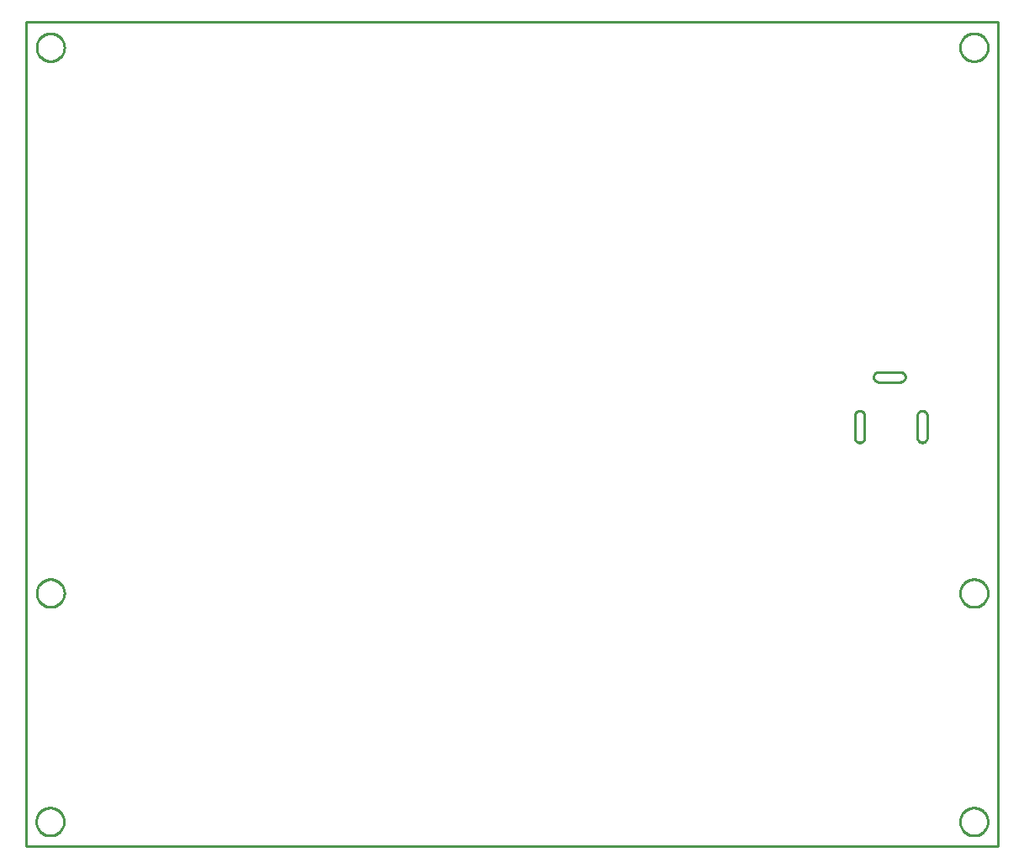
<source format=gbr>
G04 EAGLE Gerber RS-274X export*
G75*
%MOMM*%
%FSLAX34Y34*%
%LPD*%
%IN*%
%IPPOS*%
%AMOC8*
5,1,8,0,0,1.08239X$1,22.5*%
G01*
%ADD10C,0.254000*%


D10*
X0Y0D02*
X979488Y0D01*
X979488Y830263D01*
X0Y830263D01*
X0Y0D01*
X853900Y472675D02*
X853919Y472239D01*
X853976Y471807D01*
X854070Y471381D01*
X854202Y470965D01*
X854368Y470562D01*
X854570Y470175D01*
X854804Y469807D01*
X855070Y469461D01*
X855364Y469139D01*
X855686Y468845D01*
X856032Y468579D01*
X856400Y468345D01*
X856787Y468143D01*
X857190Y467977D01*
X857606Y467845D01*
X858032Y467751D01*
X858464Y467694D01*
X858900Y467675D01*
X880900Y467675D01*
X881336Y467694D01*
X881768Y467751D01*
X882194Y467845D01*
X882610Y467977D01*
X883013Y468143D01*
X883400Y468345D01*
X883768Y468579D01*
X884114Y468845D01*
X884436Y469139D01*
X884730Y469461D01*
X884996Y469807D01*
X885230Y470175D01*
X885432Y470562D01*
X885598Y470965D01*
X885730Y471381D01*
X885824Y471807D01*
X885881Y472239D01*
X885900Y472675D01*
X885881Y473111D01*
X885824Y473543D01*
X885730Y473969D01*
X885598Y474385D01*
X885432Y474788D01*
X885230Y475175D01*
X884996Y475543D01*
X884730Y475889D01*
X884436Y476211D01*
X884114Y476505D01*
X883768Y476771D01*
X883400Y477005D01*
X883013Y477207D01*
X882610Y477373D01*
X882194Y477505D01*
X881768Y477599D01*
X881336Y477656D01*
X880900Y477675D01*
X858900Y477675D01*
X858464Y477656D01*
X858032Y477599D01*
X857606Y477505D01*
X857190Y477373D01*
X856787Y477207D01*
X856400Y477005D01*
X856032Y476771D01*
X855686Y476505D01*
X855364Y476211D01*
X855070Y475889D01*
X854804Y475543D01*
X854570Y475175D01*
X854368Y474788D01*
X854202Y474385D01*
X854070Y473969D01*
X853976Y473543D01*
X853919Y473111D01*
X853900Y472675D01*
X897900Y411675D02*
X897919Y411239D01*
X897976Y410807D01*
X898070Y410381D01*
X898202Y409965D01*
X898368Y409562D01*
X898570Y409175D01*
X898804Y408807D01*
X899070Y408461D01*
X899364Y408139D01*
X899686Y407845D01*
X900032Y407579D01*
X900400Y407345D01*
X900787Y407143D01*
X901190Y406977D01*
X901606Y406845D01*
X902032Y406751D01*
X902464Y406694D01*
X902900Y406675D01*
X903336Y406694D01*
X903768Y406751D01*
X904194Y406845D01*
X904610Y406977D01*
X905013Y407143D01*
X905400Y407345D01*
X905768Y407579D01*
X906114Y407845D01*
X906436Y408139D01*
X906730Y408461D01*
X906996Y408807D01*
X907230Y409175D01*
X907432Y409562D01*
X907598Y409965D01*
X907730Y410381D01*
X907824Y410807D01*
X907881Y411239D01*
X907900Y411675D01*
X907900Y433675D01*
X907881Y434111D01*
X907824Y434543D01*
X907730Y434969D01*
X907598Y435385D01*
X907432Y435788D01*
X907230Y436175D01*
X906996Y436543D01*
X906730Y436889D01*
X906436Y437211D01*
X906114Y437505D01*
X905768Y437771D01*
X905400Y438005D01*
X905013Y438207D01*
X904610Y438373D01*
X904194Y438505D01*
X903768Y438599D01*
X903336Y438656D01*
X902900Y438675D01*
X902464Y438656D01*
X902032Y438599D01*
X901606Y438505D01*
X901190Y438373D01*
X900787Y438207D01*
X900400Y438005D01*
X900032Y437771D01*
X899686Y437505D01*
X899364Y437211D01*
X899070Y436889D01*
X898804Y436543D01*
X898570Y436175D01*
X898368Y435788D01*
X898202Y435385D01*
X898070Y434969D01*
X897976Y434543D01*
X897919Y434111D01*
X897900Y433675D01*
X897900Y411675D01*
X834900Y411675D02*
X834919Y411239D01*
X834976Y410807D01*
X835070Y410381D01*
X835202Y409965D01*
X835368Y409562D01*
X835570Y409175D01*
X835804Y408807D01*
X836070Y408461D01*
X836364Y408139D01*
X836686Y407845D01*
X837032Y407579D01*
X837400Y407345D01*
X837787Y407143D01*
X838190Y406977D01*
X838606Y406845D01*
X839032Y406751D01*
X839464Y406694D01*
X839900Y406675D01*
X840336Y406694D01*
X840768Y406751D01*
X841194Y406845D01*
X841610Y406977D01*
X842013Y407143D01*
X842400Y407345D01*
X842768Y407579D01*
X843114Y407845D01*
X843436Y408139D01*
X843730Y408461D01*
X843996Y408807D01*
X844230Y409175D01*
X844432Y409562D01*
X844598Y409965D01*
X844730Y410381D01*
X844824Y410807D01*
X844881Y411239D01*
X844900Y411675D01*
X844900Y433675D01*
X844881Y434111D01*
X844824Y434543D01*
X844730Y434969D01*
X844598Y435385D01*
X844432Y435788D01*
X844230Y436175D01*
X843996Y436543D01*
X843730Y436889D01*
X843436Y437211D01*
X843114Y437505D01*
X842768Y437771D01*
X842400Y438005D01*
X842013Y438207D01*
X841610Y438373D01*
X841194Y438505D01*
X840768Y438599D01*
X840336Y438656D01*
X839900Y438675D01*
X839464Y438656D01*
X839032Y438599D01*
X838606Y438505D01*
X838190Y438373D01*
X837787Y438207D01*
X837400Y438005D01*
X837032Y437771D01*
X836686Y437505D01*
X836364Y437211D01*
X836070Y436889D01*
X835804Y436543D01*
X835570Y436175D01*
X835368Y435788D01*
X835202Y435385D01*
X835070Y434969D01*
X834976Y434543D01*
X834919Y434111D01*
X834900Y433675D01*
X834900Y411675D01*
X38606Y24106D02*
X38535Y23109D01*
X38393Y22119D01*
X38180Y21142D01*
X37898Y20182D01*
X37549Y19245D01*
X37133Y18336D01*
X36654Y17458D01*
X36113Y16617D01*
X35514Y15816D01*
X34859Y15060D01*
X34152Y14353D01*
X33396Y13698D01*
X32596Y13099D01*
X31755Y12558D01*
X30877Y12079D01*
X29967Y11664D01*
X29030Y11314D01*
X28071Y11032D01*
X27094Y10820D01*
X26104Y10678D01*
X25106Y10606D01*
X24106Y10606D01*
X23109Y10678D01*
X22119Y10820D01*
X21142Y11032D01*
X20182Y11314D01*
X19245Y11664D01*
X18336Y12079D01*
X17458Y12558D01*
X16617Y13099D01*
X15816Y13698D01*
X15060Y14353D01*
X14353Y15060D01*
X13698Y15816D01*
X13099Y16617D01*
X12558Y17458D01*
X12079Y18336D01*
X11664Y19245D01*
X11314Y20182D01*
X11032Y21142D01*
X10820Y22119D01*
X10678Y23109D01*
X10606Y24106D01*
X10606Y25106D01*
X10678Y26104D01*
X10820Y27094D01*
X11032Y28071D01*
X11314Y29030D01*
X11664Y29967D01*
X12079Y30877D01*
X12558Y31755D01*
X13099Y32596D01*
X13698Y33396D01*
X14353Y34152D01*
X15060Y34859D01*
X15816Y35514D01*
X16617Y36113D01*
X17458Y36654D01*
X18336Y37133D01*
X19245Y37549D01*
X20182Y37898D01*
X21142Y38180D01*
X22119Y38393D01*
X23109Y38535D01*
X24106Y38606D01*
X25106Y38606D01*
X26104Y38535D01*
X27094Y38393D01*
X28071Y38180D01*
X29030Y37898D01*
X29967Y37549D01*
X30877Y37133D01*
X31755Y36654D01*
X32596Y36113D01*
X33396Y35514D01*
X34152Y34859D01*
X34859Y34152D01*
X35514Y33396D01*
X36113Y32596D01*
X36654Y31755D01*
X37133Y30877D01*
X37549Y29967D01*
X37898Y29030D01*
X38180Y28071D01*
X38393Y27094D01*
X38535Y26104D01*
X38606Y25106D01*
X38606Y24106D01*
X968881Y24106D02*
X968810Y23109D01*
X968668Y22119D01*
X968455Y21142D01*
X968173Y20182D01*
X967824Y19245D01*
X967408Y18336D01*
X966929Y17458D01*
X966388Y16617D01*
X965789Y15816D01*
X965134Y15060D01*
X964427Y14353D01*
X963671Y13698D01*
X962871Y13099D01*
X962030Y12558D01*
X961152Y12079D01*
X960242Y11664D01*
X959305Y11314D01*
X958346Y11032D01*
X957369Y10820D01*
X956379Y10678D01*
X955381Y10606D01*
X954381Y10606D01*
X953384Y10678D01*
X952394Y10820D01*
X951417Y11032D01*
X950457Y11314D01*
X949520Y11664D01*
X948611Y12079D01*
X947733Y12558D01*
X946892Y13099D01*
X946091Y13698D01*
X945335Y14353D01*
X944628Y15060D01*
X943973Y15816D01*
X943374Y16617D01*
X942833Y17458D01*
X942354Y18336D01*
X941939Y19245D01*
X941589Y20182D01*
X941307Y21142D01*
X941095Y22119D01*
X940953Y23109D01*
X940881Y24106D01*
X940881Y25106D01*
X940953Y26104D01*
X941095Y27094D01*
X941307Y28071D01*
X941589Y29030D01*
X941939Y29967D01*
X942354Y30877D01*
X942833Y31755D01*
X943374Y32596D01*
X943973Y33396D01*
X944628Y34152D01*
X945335Y34859D01*
X946091Y35514D01*
X946892Y36113D01*
X947733Y36654D01*
X948611Y37133D01*
X949520Y37549D01*
X950457Y37898D01*
X951417Y38180D01*
X952394Y38393D01*
X953384Y38535D01*
X954381Y38606D01*
X955381Y38606D01*
X956379Y38535D01*
X957369Y38393D01*
X958346Y38180D01*
X959305Y37898D01*
X960242Y37549D01*
X961152Y37133D01*
X962030Y36654D01*
X962871Y36113D01*
X963671Y35514D01*
X964427Y34859D01*
X965134Y34152D01*
X965789Y33396D01*
X966388Y32596D01*
X966929Y31755D01*
X967408Y30877D01*
X967824Y29967D01*
X968173Y29030D01*
X968455Y28071D01*
X968668Y27094D01*
X968810Y26104D01*
X968881Y25106D01*
X968881Y24106D01*
X39013Y804363D02*
X38941Y803365D01*
X38799Y802375D01*
X38586Y801398D01*
X38305Y800439D01*
X37955Y799502D01*
X37540Y798592D01*
X37060Y797714D01*
X36520Y796873D01*
X35920Y796072D01*
X35266Y795317D01*
X34558Y794609D01*
X33803Y793955D01*
X33002Y793355D01*
X32161Y792815D01*
X31283Y792335D01*
X30373Y791920D01*
X29437Y791570D01*
X28477Y791289D01*
X27500Y791076D01*
X26510Y790934D01*
X25513Y790863D01*
X24513Y790863D01*
X23515Y790934D01*
X22525Y791076D01*
X21548Y791289D01*
X20589Y791570D01*
X19652Y791920D01*
X18742Y792335D01*
X17864Y792815D01*
X17023Y793355D01*
X16222Y793955D01*
X15467Y794609D01*
X14759Y795317D01*
X14105Y796072D01*
X13505Y796873D01*
X12965Y797714D01*
X12485Y798592D01*
X12070Y799502D01*
X11720Y800439D01*
X11439Y801398D01*
X11226Y802375D01*
X11084Y803365D01*
X11013Y804363D01*
X11013Y805363D01*
X11084Y806360D01*
X11226Y807350D01*
X11439Y808327D01*
X11720Y809287D01*
X12070Y810223D01*
X12485Y811133D01*
X12965Y812011D01*
X13505Y812852D01*
X14105Y813653D01*
X14759Y814408D01*
X15467Y815116D01*
X16222Y815770D01*
X17023Y816370D01*
X17864Y816910D01*
X18742Y817390D01*
X19652Y817805D01*
X20589Y818155D01*
X21548Y818436D01*
X22525Y818649D01*
X23515Y818791D01*
X24513Y818863D01*
X25513Y818863D01*
X26510Y818791D01*
X27500Y818649D01*
X28477Y818436D01*
X29437Y818155D01*
X30373Y817805D01*
X31283Y817390D01*
X32161Y816910D01*
X33002Y816370D01*
X33803Y815770D01*
X34558Y815116D01*
X35266Y814408D01*
X35920Y813653D01*
X36520Y812852D01*
X37060Y812011D01*
X37540Y811133D01*
X37955Y810223D01*
X38305Y809287D01*
X38586Y808327D01*
X38799Y807350D01*
X38941Y806360D01*
X39013Y805363D01*
X39013Y804363D01*
X39013Y254363D02*
X38941Y253365D01*
X38799Y252375D01*
X38586Y251398D01*
X38305Y250439D01*
X37955Y249502D01*
X37540Y248592D01*
X37060Y247714D01*
X36520Y246873D01*
X35920Y246072D01*
X35266Y245317D01*
X34558Y244609D01*
X33803Y243955D01*
X33002Y243355D01*
X32161Y242815D01*
X31283Y242335D01*
X30373Y241920D01*
X29437Y241570D01*
X28477Y241289D01*
X27500Y241076D01*
X26510Y240934D01*
X25513Y240863D01*
X24513Y240863D01*
X23515Y240934D01*
X22525Y241076D01*
X21548Y241289D01*
X20589Y241570D01*
X19652Y241920D01*
X18742Y242335D01*
X17864Y242815D01*
X17023Y243355D01*
X16222Y243955D01*
X15467Y244609D01*
X14759Y245317D01*
X14105Y246072D01*
X13505Y246873D01*
X12965Y247714D01*
X12485Y248592D01*
X12070Y249502D01*
X11720Y250439D01*
X11439Y251398D01*
X11226Y252375D01*
X11084Y253365D01*
X11013Y254363D01*
X11013Y255363D01*
X11084Y256360D01*
X11226Y257350D01*
X11439Y258327D01*
X11720Y259287D01*
X12070Y260223D01*
X12485Y261133D01*
X12965Y262011D01*
X13505Y262852D01*
X14105Y263653D01*
X14759Y264408D01*
X15467Y265116D01*
X16222Y265770D01*
X17023Y266370D01*
X17864Y266910D01*
X18742Y267390D01*
X19652Y267805D01*
X20589Y268155D01*
X21548Y268436D01*
X22525Y268649D01*
X23515Y268791D01*
X24513Y268863D01*
X25513Y268863D01*
X26510Y268791D01*
X27500Y268649D01*
X28477Y268436D01*
X29437Y268155D01*
X30373Y267805D01*
X31283Y267390D01*
X32161Y266910D01*
X33002Y266370D01*
X33803Y265770D01*
X34558Y265116D01*
X35266Y264408D01*
X35920Y263653D01*
X36520Y262852D01*
X37060Y262011D01*
X37540Y261133D01*
X37955Y260223D01*
X38305Y259287D01*
X38586Y258327D01*
X38799Y257350D01*
X38941Y256360D01*
X39013Y255363D01*
X39013Y254363D01*
X969013Y804363D02*
X968941Y803365D01*
X968799Y802375D01*
X968586Y801398D01*
X968305Y800439D01*
X967955Y799502D01*
X967540Y798592D01*
X967060Y797714D01*
X966520Y796873D01*
X965920Y796072D01*
X965266Y795317D01*
X964558Y794609D01*
X963803Y793955D01*
X963002Y793355D01*
X962161Y792815D01*
X961283Y792335D01*
X960373Y791920D01*
X959437Y791570D01*
X958477Y791289D01*
X957500Y791076D01*
X956510Y790934D01*
X955513Y790863D01*
X954513Y790863D01*
X953515Y790934D01*
X952525Y791076D01*
X951548Y791289D01*
X950589Y791570D01*
X949652Y791920D01*
X948742Y792335D01*
X947864Y792815D01*
X947023Y793355D01*
X946222Y793955D01*
X945467Y794609D01*
X944759Y795317D01*
X944105Y796072D01*
X943505Y796873D01*
X942965Y797714D01*
X942485Y798592D01*
X942070Y799502D01*
X941720Y800439D01*
X941439Y801398D01*
X941226Y802375D01*
X941084Y803365D01*
X941013Y804363D01*
X941013Y805363D01*
X941084Y806360D01*
X941226Y807350D01*
X941439Y808327D01*
X941720Y809287D01*
X942070Y810223D01*
X942485Y811133D01*
X942965Y812011D01*
X943505Y812852D01*
X944105Y813653D01*
X944759Y814408D01*
X945467Y815116D01*
X946222Y815770D01*
X947023Y816370D01*
X947864Y816910D01*
X948742Y817390D01*
X949652Y817805D01*
X950589Y818155D01*
X951548Y818436D01*
X952525Y818649D01*
X953515Y818791D01*
X954513Y818863D01*
X955513Y818863D01*
X956510Y818791D01*
X957500Y818649D01*
X958477Y818436D01*
X959437Y818155D01*
X960373Y817805D01*
X961283Y817390D01*
X962161Y816910D01*
X963002Y816370D01*
X963803Y815770D01*
X964558Y815116D01*
X965266Y814408D01*
X965920Y813653D01*
X966520Y812852D01*
X967060Y812011D01*
X967540Y811133D01*
X967955Y810223D01*
X968305Y809287D01*
X968586Y808327D01*
X968799Y807350D01*
X968941Y806360D01*
X969013Y805363D01*
X969013Y804363D01*
X969013Y254363D02*
X968941Y253365D01*
X968799Y252375D01*
X968586Y251398D01*
X968305Y250439D01*
X967955Y249502D01*
X967540Y248592D01*
X967060Y247714D01*
X966520Y246873D01*
X965920Y246072D01*
X965266Y245317D01*
X964558Y244609D01*
X963803Y243955D01*
X963002Y243355D01*
X962161Y242815D01*
X961283Y242335D01*
X960373Y241920D01*
X959437Y241570D01*
X958477Y241289D01*
X957500Y241076D01*
X956510Y240934D01*
X955513Y240863D01*
X954513Y240863D01*
X953515Y240934D01*
X952525Y241076D01*
X951548Y241289D01*
X950589Y241570D01*
X949652Y241920D01*
X948742Y242335D01*
X947864Y242815D01*
X947023Y243355D01*
X946222Y243955D01*
X945467Y244609D01*
X944759Y245317D01*
X944105Y246072D01*
X943505Y246873D01*
X942965Y247714D01*
X942485Y248592D01*
X942070Y249502D01*
X941720Y250439D01*
X941439Y251398D01*
X941226Y252375D01*
X941084Y253365D01*
X941013Y254363D01*
X941013Y255363D01*
X941084Y256360D01*
X941226Y257350D01*
X941439Y258327D01*
X941720Y259287D01*
X942070Y260223D01*
X942485Y261133D01*
X942965Y262011D01*
X943505Y262852D01*
X944105Y263653D01*
X944759Y264408D01*
X945467Y265116D01*
X946222Y265770D01*
X947023Y266370D01*
X947864Y266910D01*
X948742Y267390D01*
X949652Y267805D01*
X950589Y268155D01*
X951548Y268436D01*
X952525Y268649D01*
X953515Y268791D01*
X954513Y268863D01*
X955513Y268863D01*
X956510Y268791D01*
X957500Y268649D01*
X958477Y268436D01*
X959437Y268155D01*
X960373Y267805D01*
X961283Y267390D01*
X962161Y266910D01*
X963002Y266370D01*
X963803Y265770D01*
X964558Y265116D01*
X965266Y264408D01*
X965920Y263653D01*
X966520Y262852D01*
X967060Y262011D01*
X967540Y261133D01*
X967955Y260223D01*
X968305Y259287D01*
X968586Y258327D01*
X968799Y257350D01*
X968941Y256360D01*
X969013Y255363D01*
X969013Y254363D01*
M02*

</source>
